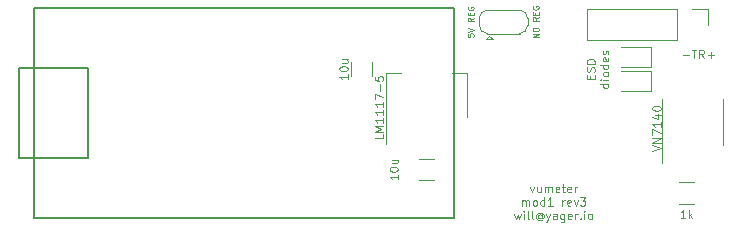
<source format=gto>
G04 #@! TF.GenerationSoftware,KiCad,Pcbnew,(5.1.5-0-10_14)*
G04 #@! TF.CreationDate,2020-02-22T10:41:04+08:00*
G04 #@! TF.ProjectId,audio-board,61756469-6f2d-4626-9f61-72642e6b6963,rev?*
G04 #@! TF.SameCoordinates,Original*
G04 #@! TF.FileFunction,Legend,Top*
G04 #@! TF.FilePolarity,Positive*
%FSLAX46Y46*%
G04 Gerber Fmt 4.6, Leading zero omitted, Abs format (unit mm)*
G04 Created by KiCad (PCBNEW (5.1.5-0-10_14)) date 2020-02-22 10:41:04*
%MOMM*%
%LPD*%
G04 APERTURE LIST*
%ADD10C,0.100000*%
%ADD11C,0.070000*%
%ADD12C,0.150000*%
%ADD13C,0.120000*%
G04 APERTURE END LIST*
D10*
X167858333Y-94055000D02*
X168391666Y-94055000D01*
X168625000Y-93621666D02*
X169025000Y-93621666D01*
X168825000Y-94321666D02*
X168825000Y-93621666D01*
X169658333Y-94321666D02*
X169425000Y-93988333D01*
X169258333Y-94321666D02*
X169258333Y-93621666D01*
X169525000Y-93621666D01*
X169591666Y-93655000D01*
X169625000Y-93688333D01*
X169658333Y-93755000D01*
X169658333Y-93855000D01*
X169625000Y-93921666D01*
X169591666Y-93955000D01*
X169525000Y-93988333D01*
X169258333Y-93988333D01*
X169958333Y-94055000D02*
X170491666Y-94055000D01*
X170225000Y-94321666D02*
X170225000Y-93788333D01*
X160050000Y-96088333D02*
X160050000Y-95855000D01*
X160416666Y-95755000D02*
X160416666Y-96088333D01*
X159716666Y-96088333D01*
X159716666Y-95755000D01*
X160383333Y-95488333D02*
X160416666Y-95388333D01*
X160416666Y-95221666D01*
X160383333Y-95155000D01*
X160350000Y-95121666D01*
X160283333Y-95088333D01*
X160216666Y-95088333D01*
X160150000Y-95121666D01*
X160116666Y-95155000D01*
X160083333Y-95221666D01*
X160050000Y-95355000D01*
X160016666Y-95421666D01*
X159983333Y-95455000D01*
X159916666Y-95488333D01*
X159850000Y-95488333D01*
X159783333Y-95455000D01*
X159750000Y-95421666D01*
X159716666Y-95355000D01*
X159716666Y-95188333D01*
X159750000Y-95088333D01*
X160416666Y-94788333D02*
X159716666Y-94788333D01*
X159716666Y-94621666D01*
X159750000Y-94521666D01*
X159816666Y-94455000D01*
X159883333Y-94421666D01*
X160016666Y-94388333D01*
X160116666Y-94388333D01*
X160250000Y-94421666D01*
X160316666Y-94455000D01*
X160383333Y-94521666D01*
X160416666Y-94621666D01*
X160416666Y-94788333D01*
X161566666Y-96488333D02*
X160866666Y-96488333D01*
X161533333Y-96488333D02*
X161566666Y-96555000D01*
X161566666Y-96688333D01*
X161533333Y-96755000D01*
X161500000Y-96788333D01*
X161433333Y-96821666D01*
X161233333Y-96821666D01*
X161166666Y-96788333D01*
X161133333Y-96755000D01*
X161100000Y-96688333D01*
X161100000Y-96555000D01*
X161133333Y-96488333D01*
X161566666Y-96155000D02*
X161100000Y-96155000D01*
X160866666Y-96155000D02*
X160900000Y-96188333D01*
X160933333Y-96155000D01*
X160900000Y-96121666D01*
X160866666Y-96155000D01*
X160933333Y-96155000D01*
X161566666Y-95721666D02*
X161533333Y-95788333D01*
X161500000Y-95821666D01*
X161433333Y-95855000D01*
X161233333Y-95855000D01*
X161166666Y-95821666D01*
X161133333Y-95788333D01*
X161100000Y-95721666D01*
X161100000Y-95621666D01*
X161133333Y-95555000D01*
X161166666Y-95521666D01*
X161233333Y-95488333D01*
X161433333Y-95488333D01*
X161500000Y-95521666D01*
X161533333Y-95555000D01*
X161566666Y-95621666D01*
X161566666Y-95721666D01*
X161566666Y-94888333D02*
X160866666Y-94888333D01*
X161533333Y-94888333D02*
X161566666Y-94955000D01*
X161566666Y-95088333D01*
X161533333Y-95155000D01*
X161500000Y-95188333D01*
X161433333Y-95221666D01*
X161233333Y-95221666D01*
X161166666Y-95188333D01*
X161133333Y-95155000D01*
X161100000Y-95088333D01*
X161100000Y-94955000D01*
X161133333Y-94888333D01*
X161533333Y-94288333D02*
X161566666Y-94355000D01*
X161566666Y-94488333D01*
X161533333Y-94555000D01*
X161466666Y-94588333D01*
X161200000Y-94588333D01*
X161133333Y-94555000D01*
X161100000Y-94488333D01*
X161100000Y-94355000D01*
X161133333Y-94288333D01*
X161200000Y-94255000D01*
X161266666Y-94255000D01*
X161333333Y-94588333D01*
X161533333Y-93988333D02*
X161566666Y-93921666D01*
X161566666Y-93788333D01*
X161533333Y-93721666D01*
X161466666Y-93688333D01*
X161433333Y-93688333D01*
X161366666Y-93721666D01*
X161333333Y-93788333D01*
X161333333Y-93888333D01*
X161300000Y-93955000D01*
X161233333Y-93988333D01*
X161200000Y-93988333D01*
X161133333Y-93955000D01*
X161100000Y-93888333D01*
X161100000Y-93788333D01*
X161133333Y-93721666D01*
D11*
X149651190Y-92266904D02*
X149651190Y-92505000D01*
X149889285Y-92528809D01*
X149865476Y-92505000D01*
X149841666Y-92457380D01*
X149841666Y-92338333D01*
X149865476Y-92290714D01*
X149889285Y-92266904D01*
X149936904Y-92243095D01*
X150055952Y-92243095D01*
X150103571Y-92266904D01*
X150127380Y-92290714D01*
X150151190Y-92338333D01*
X150151190Y-92457380D01*
X150127380Y-92505000D01*
X150103571Y-92528809D01*
X149651190Y-92100238D02*
X150151190Y-91933571D01*
X149651190Y-91766904D01*
X150151190Y-90933571D02*
X149913095Y-91100238D01*
X150151190Y-91219285D02*
X149651190Y-91219285D01*
X149651190Y-91028809D01*
X149675000Y-90981190D01*
X149698809Y-90957380D01*
X149746428Y-90933571D01*
X149817857Y-90933571D01*
X149865476Y-90957380D01*
X149889285Y-90981190D01*
X149913095Y-91028809D01*
X149913095Y-91219285D01*
X149889285Y-90719285D02*
X149889285Y-90552619D01*
X150151190Y-90481190D02*
X150151190Y-90719285D01*
X149651190Y-90719285D01*
X149651190Y-90481190D01*
X149675000Y-90005000D02*
X149651190Y-90052619D01*
X149651190Y-90124047D01*
X149675000Y-90195476D01*
X149722619Y-90243095D01*
X149770238Y-90266904D01*
X149865476Y-90290714D01*
X149936904Y-90290714D01*
X150032142Y-90266904D01*
X150079761Y-90243095D01*
X150127380Y-90195476D01*
X150151190Y-90124047D01*
X150151190Y-90076428D01*
X150127380Y-90005000D01*
X150103571Y-89981190D01*
X149936904Y-89981190D01*
X149936904Y-90076428D01*
X155651190Y-92576428D02*
X155151190Y-92576428D01*
X155651190Y-92290714D01*
X155151190Y-92290714D01*
X155151190Y-91957380D02*
X155151190Y-91862142D01*
X155175000Y-91814523D01*
X155222619Y-91766904D01*
X155317857Y-91743095D01*
X155484523Y-91743095D01*
X155579761Y-91766904D01*
X155627380Y-91814523D01*
X155651190Y-91862142D01*
X155651190Y-91957380D01*
X155627380Y-92005000D01*
X155579761Y-92052619D01*
X155484523Y-92076428D01*
X155317857Y-92076428D01*
X155222619Y-92052619D01*
X155175000Y-92005000D01*
X155151190Y-91957380D01*
X155651190Y-90862142D02*
X155413095Y-91028809D01*
X155651190Y-91147857D02*
X155151190Y-91147857D01*
X155151190Y-90957380D01*
X155175000Y-90909761D01*
X155198809Y-90885952D01*
X155246428Y-90862142D01*
X155317857Y-90862142D01*
X155365476Y-90885952D01*
X155389285Y-90909761D01*
X155413095Y-90957380D01*
X155413095Y-91147857D01*
X155389285Y-90647857D02*
X155389285Y-90481190D01*
X155651190Y-90409761D02*
X155651190Y-90647857D01*
X155151190Y-90647857D01*
X155151190Y-90409761D01*
X155175000Y-89933571D02*
X155151190Y-89981190D01*
X155151190Y-90052619D01*
X155175000Y-90124047D01*
X155222619Y-90171666D01*
X155270238Y-90195476D01*
X155365476Y-90219285D01*
X155436904Y-90219285D01*
X155532142Y-90195476D01*
X155579761Y-90171666D01*
X155627380Y-90124047D01*
X155651190Y-90052619D01*
X155651190Y-90005000D01*
X155627380Y-89933571D01*
X155603571Y-89909761D01*
X155436904Y-89909761D01*
X155436904Y-90005000D01*
D10*
X154958333Y-105205000D02*
X155125000Y-105671666D01*
X155291666Y-105205000D01*
X155858333Y-105205000D02*
X155858333Y-105671666D01*
X155558333Y-105205000D02*
X155558333Y-105571666D01*
X155591666Y-105638333D01*
X155658333Y-105671666D01*
X155758333Y-105671666D01*
X155825000Y-105638333D01*
X155858333Y-105605000D01*
X156191666Y-105671666D02*
X156191666Y-105205000D01*
X156191666Y-105271666D02*
X156225000Y-105238333D01*
X156291666Y-105205000D01*
X156391666Y-105205000D01*
X156458333Y-105238333D01*
X156491666Y-105305000D01*
X156491666Y-105671666D01*
X156491666Y-105305000D02*
X156525000Y-105238333D01*
X156591666Y-105205000D01*
X156691666Y-105205000D01*
X156758333Y-105238333D01*
X156791666Y-105305000D01*
X156791666Y-105671666D01*
X157391666Y-105638333D02*
X157325000Y-105671666D01*
X157191666Y-105671666D01*
X157125000Y-105638333D01*
X157091666Y-105571666D01*
X157091666Y-105305000D01*
X157125000Y-105238333D01*
X157191666Y-105205000D01*
X157325000Y-105205000D01*
X157391666Y-105238333D01*
X157425000Y-105305000D01*
X157425000Y-105371666D01*
X157091666Y-105438333D01*
X157625000Y-105205000D02*
X157891666Y-105205000D01*
X157725000Y-104971666D02*
X157725000Y-105571666D01*
X157758333Y-105638333D01*
X157825000Y-105671666D01*
X157891666Y-105671666D01*
X158391666Y-105638333D02*
X158325000Y-105671666D01*
X158191666Y-105671666D01*
X158125000Y-105638333D01*
X158091666Y-105571666D01*
X158091666Y-105305000D01*
X158125000Y-105238333D01*
X158191666Y-105205000D01*
X158325000Y-105205000D01*
X158391666Y-105238333D01*
X158425000Y-105305000D01*
X158425000Y-105371666D01*
X158091666Y-105438333D01*
X158725000Y-105671666D02*
X158725000Y-105205000D01*
X158725000Y-105338333D02*
X158758333Y-105271666D01*
X158791666Y-105238333D01*
X158858333Y-105205000D01*
X158925000Y-105205000D01*
X154275000Y-106821666D02*
X154275000Y-106355000D01*
X154275000Y-106421666D02*
X154308333Y-106388333D01*
X154375000Y-106355000D01*
X154475000Y-106355000D01*
X154541666Y-106388333D01*
X154575000Y-106455000D01*
X154575000Y-106821666D01*
X154575000Y-106455000D02*
X154608333Y-106388333D01*
X154675000Y-106355000D01*
X154775000Y-106355000D01*
X154841666Y-106388333D01*
X154875000Y-106455000D01*
X154875000Y-106821666D01*
X155308333Y-106821666D02*
X155241666Y-106788333D01*
X155208333Y-106755000D01*
X155175000Y-106688333D01*
X155175000Y-106488333D01*
X155208333Y-106421666D01*
X155241666Y-106388333D01*
X155308333Y-106355000D01*
X155408333Y-106355000D01*
X155475000Y-106388333D01*
X155508333Y-106421666D01*
X155541666Y-106488333D01*
X155541666Y-106688333D01*
X155508333Y-106755000D01*
X155475000Y-106788333D01*
X155408333Y-106821666D01*
X155308333Y-106821666D01*
X156141666Y-106821666D02*
X156141666Y-106121666D01*
X156141666Y-106788333D02*
X156075000Y-106821666D01*
X155941666Y-106821666D01*
X155875000Y-106788333D01*
X155841666Y-106755000D01*
X155808333Y-106688333D01*
X155808333Y-106488333D01*
X155841666Y-106421666D01*
X155875000Y-106388333D01*
X155941666Y-106355000D01*
X156075000Y-106355000D01*
X156141666Y-106388333D01*
X156841666Y-106821666D02*
X156441666Y-106821666D01*
X156641666Y-106821666D02*
X156641666Y-106121666D01*
X156575000Y-106221666D01*
X156508333Y-106288333D01*
X156441666Y-106321666D01*
X157675000Y-106821666D02*
X157675000Y-106355000D01*
X157675000Y-106488333D02*
X157708333Y-106421666D01*
X157741666Y-106388333D01*
X157808333Y-106355000D01*
X157875000Y-106355000D01*
X158375000Y-106788333D02*
X158308333Y-106821666D01*
X158175000Y-106821666D01*
X158108333Y-106788333D01*
X158075000Y-106721666D01*
X158075000Y-106455000D01*
X158108333Y-106388333D01*
X158175000Y-106355000D01*
X158308333Y-106355000D01*
X158375000Y-106388333D01*
X158408333Y-106455000D01*
X158408333Y-106521666D01*
X158075000Y-106588333D01*
X158641666Y-106355000D02*
X158808333Y-106821666D01*
X158975000Y-106355000D01*
X159175000Y-106121666D02*
X159608333Y-106121666D01*
X159375000Y-106388333D01*
X159475000Y-106388333D01*
X159541666Y-106421666D01*
X159575000Y-106455000D01*
X159608333Y-106521666D01*
X159608333Y-106688333D01*
X159575000Y-106755000D01*
X159541666Y-106788333D01*
X159475000Y-106821666D01*
X159275000Y-106821666D01*
X159208333Y-106788333D01*
X159175000Y-106755000D01*
X153608333Y-107505000D02*
X153741666Y-107971666D01*
X153875000Y-107638333D01*
X154008333Y-107971666D01*
X154141666Y-107505000D01*
X154408333Y-107971666D02*
X154408333Y-107505000D01*
X154408333Y-107271666D02*
X154375000Y-107305000D01*
X154408333Y-107338333D01*
X154441666Y-107305000D01*
X154408333Y-107271666D01*
X154408333Y-107338333D01*
X154841666Y-107971666D02*
X154775000Y-107938333D01*
X154741666Y-107871666D01*
X154741666Y-107271666D01*
X155208333Y-107971666D02*
X155141666Y-107938333D01*
X155108333Y-107871666D01*
X155108333Y-107271666D01*
X155908333Y-107638333D02*
X155875000Y-107605000D01*
X155808333Y-107571666D01*
X155741666Y-107571666D01*
X155675000Y-107605000D01*
X155641666Y-107638333D01*
X155608333Y-107705000D01*
X155608333Y-107771666D01*
X155641666Y-107838333D01*
X155675000Y-107871666D01*
X155741666Y-107905000D01*
X155808333Y-107905000D01*
X155875000Y-107871666D01*
X155908333Y-107838333D01*
X155908333Y-107571666D02*
X155908333Y-107838333D01*
X155941666Y-107871666D01*
X155975000Y-107871666D01*
X156041666Y-107838333D01*
X156075000Y-107771666D01*
X156075000Y-107605000D01*
X156008333Y-107505000D01*
X155908333Y-107438333D01*
X155775000Y-107405000D01*
X155641666Y-107438333D01*
X155541666Y-107505000D01*
X155475000Y-107605000D01*
X155441666Y-107738333D01*
X155475000Y-107871666D01*
X155541666Y-107971666D01*
X155641666Y-108038333D01*
X155775000Y-108071666D01*
X155908333Y-108038333D01*
X156008333Y-107971666D01*
X156308333Y-107505000D02*
X156475000Y-107971666D01*
X156641666Y-107505000D02*
X156475000Y-107971666D01*
X156408333Y-108138333D01*
X156375000Y-108171666D01*
X156308333Y-108205000D01*
X157208333Y-107971666D02*
X157208333Y-107605000D01*
X157175000Y-107538333D01*
X157108333Y-107505000D01*
X156975000Y-107505000D01*
X156908333Y-107538333D01*
X157208333Y-107938333D02*
X157141666Y-107971666D01*
X156975000Y-107971666D01*
X156908333Y-107938333D01*
X156875000Y-107871666D01*
X156875000Y-107805000D01*
X156908333Y-107738333D01*
X156975000Y-107705000D01*
X157141666Y-107705000D01*
X157208333Y-107671666D01*
X157841666Y-107505000D02*
X157841666Y-108071666D01*
X157808333Y-108138333D01*
X157775000Y-108171666D01*
X157708333Y-108205000D01*
X157608333Y-108205000D01*
X157541666Y-108171666D01*
X157841666Y-107938333D02*
X157775000Y-107971666D01*
X157641666Y-107971666D01*
X157575000Y-107938333D01*
X157541666Y-107905000D01*
X157508333Y-107838333D01*
X157508333Y-107638333D01*
X157541666Y-107571666D01*
X157575000Y-107538333D01*
X157641666Y-107505000D01*
X157775000Y-107505000D01*
X157841666Y-107538333D01*
X158441666Y-107938333D02*
X158375000Y-107971666D01*
X158241666Y-107971666D01*
X158175000Y-107938333D01*
X158141666Y-107871666D01*
X158141666Y-107605000D01*
X158175000Y-107538333D01*
X158241666Y-107505000D01*
X158375000Y-107505000D01*
X158441666Y-107538333D01*
X158475000Y-107605000D01*
X158475000Y-107671666D01*
X158141666Y-107738333D01*
X158775000Y-107971666D02*
X158775000Y-107505000D01*
X158775000Y-107638333D02*
X158808333Y-107571666D01*
X158841666Y-107538333D01*
X158908333Y-107505000D01*
X158975000Y-107505000D01*
X159208333Y-107905000D02*
X159241666Y-107938333D01*
X159208333Y-107971666D01*
X159175000Y-107938333D01*
X159208333Y-107905000D01*
X159208333Y-107971666D01*
X159541666Y-107971666D02*
X159541666Y-107505000D01*
X159541666Y-107271666D02*
X159508333Y-107305000D01*
X159541666Y-107338333D01*
X159575000Y-107305000D01*
X159541666Y-107271666D01*
X159541666Y-107338333D01*
X159975000Y-107971666D02*
X159908333Y-107938333D01*
X159875000Y-107905000D01*
X159841666Y-107838333D01*
X159841666Y-107638333D01*
X159875000Y-107571666D01*
X159908333Y-107538333D01*
X159975000Y-107505000D01*
X160075000Y-107505000D01*
X160141666Y-107538333D01*
X160175000Y-107571666D01*
X160208333Y-107638333D01*
X160208333Y-107838333D01*
X160175000Y-107905000D01*
X160141666Y-107938333D01*
X160075000Y-107971666D01*
X159975000Y-107971666D01*
D12*
X112895000Y-102815000D02*
X111625000Y-102815000D01*
X111625000Y-102815000D02*
X111625000Y-95195000D01*
X111625000Y-95195000D02*
X112895000Y-95195000D01*
X117467000Y-102815000D02*
X117467000Y-95195000D01*
X117467000Y-95195000D02*
X112895000Y-95195000D01*
X117467000Y-102815000D02*
X112895000Y-102815000D01*
X112895000Y-90115000D02*
X148455000Y-90115000D01*
X148455000Y-90115000D02*
X148455000Y-107895000D01*
X148455000Y-107895000D02*
X112895000Y-107895000D01*
X112895000Y-107895000D02*
X112895000Y-90115000D01*
D13*
X149585000Y-95595000D02*
X148325000Y-95595000D01*
X142765000Y-95595000D02*
X144025000Y-95595000D01*
X149585000Y-99355000D02*
X149585000Y-95595000D01*
X142765000Y-101605000D02*
X142765000Y-95595000D01*
X145572936Y-104665000D02*
X146777064Y-104665000D01*
X145572936Y-102845000D02*
X146777064Y-102845000D01*
X141585000Y-94652936D02*
X141585000Y-95857064D01*
X139765000Y-94652936D02*
X139765000Y-95857064D01*
X167572936Y-104845000D02*
X168777064Y-104845000D01*
X167572936Y-106665000D02*
X168777064Y-106665000D01*
X171235000Y-99755000D02*
X171235000Y-97805000D01*
X171235000Y-99755000D02*
X171235000Y-101705000D01*
X166115000Y-99755000D02*
X166115000Y-97805000D01*
X166115000Y-99755000D02*
X166115000Y-103205000D01*
X159725000Y-90175000D02*
X159725000Y-92835000D01*
X167405000Y-90175000D02*
X159725000Y-90175000D01*
X167405000Y-92835000D02*
X159725000Y-92835000D01*
X167405000Y-90175000D02*
X167405000Y-92835000D01*
X168675000Y-90175000D02*
X170005000Y-90175000D01*
X170005000Y-90175000D02*
X170005000Y-91505000D01*
X151475000Y-92455000D02*
X151775000Y-92755000D01*
X151175000Y-92755000D02*
X151775000Y-92755000D01*
X151475000Y-92455000D02*
X151175000Y-92755000D01*
X150625000Y-91555000D02*
X150625000Y-90955000D01*
X154075000Y-92255000D02*
X151275000Y-92255000D01*
X154725000Y-90955000D02*
X154725000Y-91555000D01*
X151275000Y-90255000D02*
X154075000Y-90255000D01*
X154025000Y-90255000D02*
G75*
G02X154725000Y-90955000I0J-700000D01*
G01*
X154725000Y-91555000D02*
G75*
G02X154025000Y-92255000I-700000J0D01*
G01*
X151325000Y-92255000D02*
G75*
G02X150625000Y-91555000I0J700000D01*
G01*
X150625000Y-90955000D02*
G75*
G02X151325000Y-90255000I700000J0D01*
G01*
X165175000Y-97105000D02*
X165175000Y-95405000D01*
X165175000Y-95405000D02*
X162625000Y-95405000D01*
X165175000Y-97105000D02*
X162625000Y-97105000D01*
X165175000Y-95105000D02*
X162625000Y-95105000D01*
X165175000Y-93405000D02*
X162625000Y-93405000D01*
X165175000Y-95105000D02*
X165175000Y-93405000D01*
D10*
X142491666Y-100788333D02*
X142491666Y-101121666D01*
X141791666Y-101121666D01*
X142491666Y-100555000D02*
X141791666Y-100555000D01*
X142291666Y-100321666D01*
X141791666Y-100088333D01*
X142491666Y-100088333D01*
X142491666Y-99388333D02*
X142491666Y-99788333D01*
X142491666Y-99588333D02*
X141791666Y-99588333D01*
X141891666Y-99655000D01*
X141958333Y-99721666D01*
X141991666Y-99788333D01*
X142491666Y-98721666D02*
X142491666Y-99121666D01*
X142491666Y-98921666D02*
X141791666Y-98921666D01*
X141891666Y-98988333D01*
X141958333Y-99055000D01*
X141991666Y-99121666D01*
X142491666Y-98055000D02*
X142491666Y-98455000D01*
X142491666Y-98255000D02*
X141791666Y-98255000D01*
X141891666Y-98321666D01*
X141958333Y-98388333D01*
X141991666Y-98455000D01*
X141791666Y-97821666D02*
X141791666Y-97355000D01*
X142491666Y-97655000D01*
X142225000Y-97088333D02*
X142225000Y-96555000D01*
X141791666Y-95888333D02*
X141791666Y-96221666D01*
X142125000Y-96255000D01*
X142091666Y-96221666D01*
X142058333Y-96155000D01*
X142058333Y-95988333D01*
X142091666Y-95921666D01*
X142125000Y-95888333D01*
X142191666Y-95855000D01*
X142358333Y-95855000D01*
X142425000Y-95888333D01*
X142458333Y-95921666D01*
X142491666Y-95988333D01*
X142491666Y-96155000D01*
X142458333Y-96221666D01*
X142425000Y-96255000D01*
X143741666Y-104205000D02*
X143741666Y-104605000D01*
X143741666Y-104405000D02*
X143041666Y-104405000D01*
X143141666Y-104471666D01*
X143208333Y-104538333D01*
X143241666Y-104605000D01*
X143041666Y-103771666D02*
X143041666Y-103705000D01*
X143075000Y-103638333D01*
X143108333Y-103605000D01*
X143175000Y-103571666D01*
X143308333Y-103538333D01*
X143475000Y-103538333D01*
X143608333Y-103571666D01*
X143675000Y-103605000D01*
X143708333Y-103638333D01*
X143741666Y-103705000D01*
X143741666Y-103771666D01*
X143708333Y-103838333D01*
X143675000Y-103871666D01*
X143608333Y-103905000D01*
X143475000Y-103938333D01*
X143308333Y-103938333D01*
X143175000Y-103905000D01*
X143108333Y-103871666D01*
X143075000Y-103838333D01*
X143041666Y-103771666D01*
X143275000Y-102938333D02*
X143741666Y-102938333D01*
X143275000Y-103238333D02*
X143641666Y-103238333D01*
X143708333Y-103205000D01*
X143741666Y-103138333D01*
X143741666Y-103038333D01*
X143708333Y-102971666D01*
X143675000Y-102938333D01*
X139491666Y-95705000D02*
X139491666Y-96105000D01*
X139491666Y-95905000D02*
X138791666Y-95905000D01*
X138891666Y-95971666D01*
X138958333Y-96038333D01*
X138991666Y-96105000D01*
X138791666Y-95271666D02*
X138791666Y-95205000D01*
X138825000Y-95138333D01*
X138858333Y-95105000D01*
X138925000Y-95071666D01*
X139058333Y-95038333D01*
X139225000Y-95038333D01*
X139358333Y-95071666D01*
X139425000Y-95105000D01*
X139458333Y-95138333D01*
X139491666Y-95205000D01*
X139491666Y-95271666D01*
X139458333Y-95338333D01*
X139425000Y-95371666D01*
X139358333Y-95405000D01*
X139225000Y-95438333D01*
X139058333Y-95438333D01*
X138925000Y-95405000D01*
X138858333Y-95371666D01*
X138825000Y-95338333D01*
X138791666Y-95271666D01*
X139025000Y-94438333D02*
X139491666Y-94438333D01*
X139025000Y-94738333D02*
X139391666Y-94738333D01*
X139458333Y-94705000D01*
X139491666Y-94638333D01*
X139491666Y-94538333D01*
X139458333Y-94471666D01*
X139425000Y-94438333D01*
X168091666Y-107891666D02*
X167691666Y-107891666D01*
X167891666Y-107891666D02*
X167891666Y-107191666D01*
X167825000Y-107291666D01*
X167758333Y-107358333D01*
X167691666Y-107391666D01*
X168391666Y-107891666D02*
X168391666Y-107191666D01*
X168458333Y-107625000D02*
X168658333Y-107891666D01*
X168658333Y-107425000D02*
X168391666Y-107691666D01*
X165291666Y-102188333D02*
X165991666Y-101955000D01*
X165291666Y-101721666D01*
X165991666Y-101488333D02*
X165291666Y-101488333D01*
X165991666Y-101088333D01*
X165291666Y-101088333D01*
X165291666Y-100821666D02*
X165291666Y-100355000D01*
X165991666Y-100655000D01*
X165991666Y-99721666D02*
X165991666Y-100121666D01*
X165991666Y-99921666D02*
X165291666Y-99921666D01*
X165391666Y-99988333D01*
X165458333Y-100055000D01*
X165491666Y-100121666D01*
X165525000Y-99121666D02*
X165991666Y-99121666D01*
X165258333Y-99288333D02*
X165758333Y-99455000D01*
X165758333Y-99021666D01*
X165291666Y-98621666D02*
X165291666Y-98555000D01*
X165325000Y-98488333D01*
X165358333Y-98455000D01*
X165425000Y-98421666D01*
X165558333Y-98388333D01*
X165725000Y-98388333D01*
X165858333Y-98421666D01*
X165925000Y-98455000D01*
X165958333Y-98488333D01*
X165991666Y-98555000D01*
X165991666Y-98621666D01*
X165958333Y-98688333D01*
X165925000Y-98721666D01*
X165858333Y-98755000D01*
X165725000Y-98788333D01*
X165558333Y-98788333D01*
X165425000Y-98755000D01*
X165358333Y-98721666D01*
X165325000Y-98688333D01*
X165291666Y-98621666D01*
M02*

</source>
